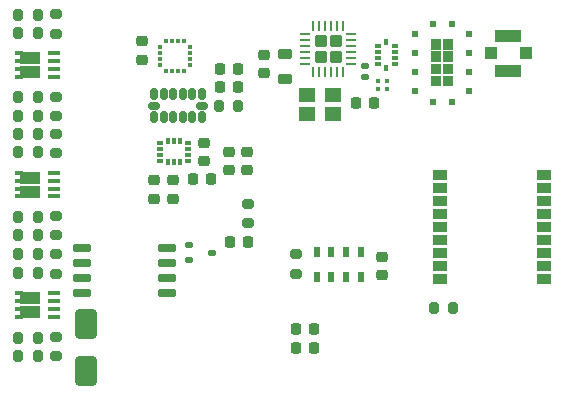
<source format=gbp>
G04 #@! TF.GenerationSoftware,KiCad,Pcbnew,8.0.1*
G04 #@! TF.CreationDate,2024-06-08T15:54:11-04:00*
G04 #@! TF.ProjectId,SAP Mk3.2,53415020-4d6b-4332-9e32-2e6b69636164,rev?*
G04 #@! TF.SameCoordinates,Original*
G04 #@! TF.FileFunction,Paste,Bot*
G04 #@! TF.FilePolarity,Positive*
%FSLAX46Y46*%
G04 Gerber Fmt 4.6, Leading zero omitted, Abs format (unit mm)*
G04 Created by KiCad (PCBNEW 8.0.1) date 2024-06-08 15:54:11*
%MOMM*%
%LPD*%
G01*
G04 APERTURE LIST*
G04 Aperture macros list*
%AMRoundRect*
0 Rectangle with rounded corners*
0 $1 Rounding radius*
0 $2 $3 $4 $5 $6 $7 $8 $9 X,Y pos of 4 corners*
0 Add a 4 corners polygon primitive as box body*
4,1,4,$2,$3,$4,$5,$6,$7,$8,$9,$2,$3,0*
0 Add four circle primitives for the rounded corners*
1,1,$1+$1,$2,$3*
1,1,$1+$1,$4,$5*
1,1,$1+$1,$6,$7*
1,1,$1+$1,$8,$9*
0 Add four rect primitives between the rounded corners*
20,1,$1+$1,$2,$3,$4,$5,0*
20,1,$1+$1,$4,$5,$6,$7,0*
20,1,$1+$1,$6,$7,$8,$9,0*
20,1,$1+$1,$8,$9,$2,$3,0*%
G04 Aperture macros list end*
%ADD10RoundRect,0.218750X-0.381250X0.218750X-0.381250X-0.218750X0.381250X-0.218750X0.381250X0.218750X0*%
%ADD11RoundRect,0.200000X-0.275000X0.200000X-0.275000X-0.200000X0.275000X-0.200000X0.275000X0.200000X0*%
%ADD12RoundRect,0.225000X0.225000X0.250000X-0.225000X0.250000X-0.225000X-0.250000X0.225000X-0.250000X0*%
%ADD13RoundRect,0.112500X0.237500X-0.112500X0.237500X0.112500X-0.237500X0.112500X-0.237500X-0.112500X0*%
%ADD14RoundRect,0.079500X0.100500X-0.079500X0.100500X0.079500X-0.100500X0.079500X-0.100500X-0.079500X0*%
%ADD15R,1.000000X1.000000*%
%ADD16R,2.200000X1.050000*%
%ADD17RoundRect,0.200000X-0.200000X-0.275000X0.200000X-0.275000X0.200000X0.275000X-0.200000X0.275000X0*%
%ADD18RoundRect,0.225000X-0.225000X-0.250000X0.225000X-0.250000X0.225000X0.250000X-0.225000X0.250000X0*%
%ADD19RoundRect,0.225000X0.250000X-0.225000X0.250000X0.225000X-0.250000X0.225000X-0.250000X-0.225000X0*%
%ADD20R,0.550000X0.950000*%
%ADD21R,0.990000X0.410000*%
%ADD22R,1.725000X0.990000*%
%ADD23R,0.760000X0.410000*%
%ADD24RoundRect,0.200000X0.200000X0.275000X-0.200000X0.275000X-0.200000X-0.275000X0.200000X-0.275000X0*%
%ADD25RoundRect,0.250000X0.275000X-0.275000X0.275000X0.275000X-0.275000X0.275000X-0.275000X-0.275000X0*%
%ADD26RoundRect,0.062500X0.062500X-0.350000X0.062500X0.350000X-0.062500X0.350000X-0.062500X-0.350000X0*%
%ADD27RoundRect,0.062500X0.350000X-0.062500X0.350000X0.062500X-0.350000X0.062500X-0.350000X-0.062500X0*%
%ADD28RoundRect,0.200000X0.275000X-0.200000X0.275000X0.200000X-0.275000X0.200000X-0.275000X-0.200000X0*%
%ADD29RoundRect,0.250000X0.650000X-1.000000X0.650000X1.000000X-0.650000X1.000000X-0.650000X-1.000000X0*%
%ADD30R,0.575000X0.350000*%
%ADD31R,0.350000X0.575000*%
%ADD32R,0.600000X0.600000*%
%ADD33RoundRect,0.225000X-0.250000X0.225000X-0.250000X-0.225000X0.250000X-0.225000X0.250000X0.225000X0*%
%ADD34RoundRect,0.147500X-0.172500X0.147500X-0.172500X-0.147500X0.172500X-0.147500X0.172500X0.147500X0*%
%ADD35R,0.304800X0.457200*%
%ADD36R,0.457200X0.304800*%
%ADD37RoundRect,0.150000X0.650000X0.150000X-0.650000X0.150000X-0.650000X-0.150000X0.650000X-0.150000X0*%
%ADD38R,1.295400X0.838200*%
%ADD39RoundRect,0.150000X-0.150000X0.325000X-0.150000X-0.325000X0.150000X-0.325000X0.150000X0.325000X0*%
%ADD40RoundRect,0.150000X-0.325000X0.150000X-0.325000X-0.150000X0.325000X-0.150000X0.325000X0.150000X0*%
%ADD41R,1.400000X1.200000*%
%ADD42R,0.600000X0.300000*%
%ADD43R,0.300000X0.625000*%
G04 APERTURE END LIST*
G36*
X119379651Y-49937500D02*
G01*
X120254651Y-49937500D01*
X120254651Y-50812500D01*
X119379651Y-50812500D01*
X119379651Y-49937500D01*
G37*
G36*
X119379651Y-50962500D02*
G01*
X120254651Y-50962500D01*
X120254651Y-51837500D01*
X119379651Y-51837500D01*
X119379651Y-50962500D01*
G37*
G36*
X119379651Y-52862500D02*
G01*
X120254651Y-52862500D01*
X120254651Y-51987500D01*
X119379651Y-51987500D01*
X119379651Y-52862500D01*
G37*
G36*
X119379651Y-53887500D02*
G01*
X120254651Y-53887500D01*
X120254651Y-53012500D01*
X119379651Y-53012500D01*
X119379651Y-53887500D01*
G37*
G36*
X121279651Y-49937500D02*
G01*
X120404651Y-49937500D01*
X120404651Y-50812500D01*
X121279651Y-50812500D01*
X121279651Y-49937500D01*
G37*
G36*
X121279651Y-50962500D02*
G01*
X120404651Y-50962500D01*
X120404651Y-51837500D01*
X121279651Y-51837500D01*
X121279651Y-50962500D01*
G37*
G36*
X121279651Y-52862500D02*
G01*
X120404651Y-52862500D01*
X120404651Y-51987500D01*
X121279651Y-51987500D01*
X121279651Y-52862500D01*
G37*
G36*
X121279651Y-53887500D02*
G01*
X120404651Y-53887500D01*
X120404651Y-53012500D01*
X121279651Y-53012500D01*
X121279651Y-53887500D01*
G37*
D10*
X107000000Y-51187500D03*
X107000000Y-53312500D03*
D11*
X87600000Y-57925000D03*
X87600000Y-59575000D03*
D12*
X109500000Y-74500000D03*
X107950000Y-74500000D03*
D13*
X98850000Y-68650000D03*
X98850000Y-67350000D03*
X100850000Y-68000000D03*
D12*
X103875000Y-67100000D03*
X102325000Y-67100000D03*
D14*
X115674651Y-54152500D03*
X115674651Y-53462500D03*
D15*
X124429651Y-51112500D03*
D16*
X125929651Y-52587500D03*
D15*
X127429651Y-51112500D03*
D16*
X125929651Y-49637500D03*
D17*
X84450000Y-54850000D03*
X86100000Y-54850000D03*
D18*
X101475000Y-52463996D03*
X103025000Y-52463996D03*
D19*
X97500000Y-63425000D03*
X97500000Y-61875000D03*
D20*
X113450000Y-70050000D03*
X112200000Y-70050000D03*
X110950000Y-70050000D03*
X109700000Y-70050000D03*
X109700000Y-67900000D03*
X110950000Y-67900000D03*
X112200000Y-67900000D03*
X113450000Y-67900000D03*
D17*
X84450000Y-56400000D03*
X86100000Y-56400000D03*
X84450000Y-57950000D03*
X86100000Y-57950000D03*
D19*
X105250000Y-52790108D03*
X105250000Y-51240108D03*
D21*
X87442500Y-71452500D03*
X87442500Y-72112500D03*
X87442500Y-72772500D03*
X87442500Y-73432500D03*
D22*
X85450000Y-73050000D03*
D23*
X84457500Y-73432500D03*
X84457500Y-72772500D03*
D22*
X85450000Y-71835000D03*
D23*
X84457500Y-72112500D03*
X84457500Y-71452500D03*
D24*
X121275000Y-72650000D03*
X119625000Y-72650000D03*
D17*
X84450000Y-75200000D03*
X86100000Y-75200000D03*
D14*
X114924651Y-54157500D03*
X114924651Y-53467500D03*
D11*
X107950000Y-68150000D03*
X107950000Y-69800000D03*
D17*
X84450000Y-49400000D03*
X86100000Y-49400000D03*
D21*
X87442500Y-61252500D03*
X87442500Y-61912500D03*
X87442500Y-62572500D03*
X87442500Y-63232500D03*
D22*
X85450000Y-62850000D03*
D23*
X84457500Y-63232500D03*
X84457500Y-62572500D03*
D22*
X85450000Y-61635000D03*
D23*
X84457500Y-61912500D03*
X84457500Y-61252500D03*
D17*
X84450000Y-64950000D03*
X86100000Y-64950000D03*
D25*
X110024434Y-51400000D03*
X111324434Y-51400000D03*
X110024434Y-50100000D03*
X111324434Y-50100000D03*
D26*
X111924434Y-52687500D03*
X111424434Y-52687500D03*
X110924434Y-52687500D03*
X110424434Y-52687500D03*
X109924434Y-52687500D03*
X109424434Y-52687500D03*
D27*
X108736934Y-52000000D03*
X108736934Y-51500000D03*
X108736934Y-51000000D03*
X108736934Y-50500000D03*
X108736934Y-50000000D03*
X108736934Y-49500000D03*
D26*
X109424434Y-48812500D03*
X109924434Y-48812500D03*
X110424434Y-48812500D03*
X110924434Y-48812500D03*
X111424434Y-48812500D03*
X111924434Y-48812500D03*
D27*
X112611934Y-49500000D03*
X112611934Y-50000000D03*
X112611934Y-50500000D03*
X112611934Y-51000000D03*
X112611934Y-51500000D03*
X112611934Y-52000000D03*
D17*
X84450000Y-69700000D03*
X86100000Y-69700000D03*
D19*
X100150000Y-60225000D03*
X100150000Y-58675000D03*
D17*
X84450000Y-76750000D03*
X86100000Y-76750000D03*
D28*
X87600000Y-76775000D03*
X87600000Y-75125000D03*
D29*
X90150000Y-78000000D03*
X90150000Y-74000000D03*
D12*
X100750000Y-61750000D03*
X99200000Y-61750000D03*
D19*
X94900000Y-51650000D03*
X94900000Y-50100000D03*
D30*
X98762500Y-58700000D03*
X98762500Y-59200000D03*
X98762500Y-59700000D03*
X98762500Y-60200000D03*
D31*
X98100000Y-60362500D03*
X97600000Y-60362500D03*
X97100000Y-60362500D03*
D30*
X96437500Y-60200000D03*
X96437500Y-59700000D03*
X96437500Y-59200000D03*
X96437500Y-58700000D03*
D31*
X97100000Y-58537500D03*
X97600000Y-58537500D03*
X98100000Y-58537500D03*
D19*
X95950000Y-63425000D03*
X95950000Y-61875000D03*
D12*
X109500000Y-76050000D03*
X107950000Y-76050000D03*
X114554651Y-55312500D03*
X113004651Y-55312500D03*
D11*
X87600000Y-68125000D03*
X87600000Y-69775000D03*
D21*
X87450000Y-51130000D03*
X87450000Y-51790000D03*
X87450000Y-52450000D03*
X87450000Y-53110000D03*
D22*
X85457500Y-52727500D03*
D23*
X84465000Y-53110000D03*
X84465000Y-52450000D03*
D22*
X85457500Y-51512500D03*
D23*
X84465000Y-51790000D03*
X84465000Y-51130000D03*
D32*
X118029651Y-54312500D03*
X118029651Y-52712500D03*
X118029651Y-51112500D03*
X118029651Y-49512500D03*
X119529651Y-48612500D03*
X121129651Y-48612500D03*
X122629651Y-49512500D03*
X122629651Y-51112500D03*
X122629651Y-52712500D03*
X122629651Y-54312500D03*
X121129651Y-55212500D03*
X119529651Y-55212500D03*
D28*
X87600000Y-66525000D03*
X87600000Y-64875000D03*
D11*
X87600000Y-47825000D03*
X87600000Y-49475000D03*
D28*
X87600000Y-56425000D03*
X87600000Y-54775000D03*
D17*
X101425000Y-55550000D03*
X103075000Y-55550000D03*
X84425000Y-47850000D03*
X86075000Y-47850000D03*
X84450000Y-66500000D03*
X86100000Y-66500000D03*
X84450000Y-68150000D03*
X86100000Y-68150000D03*
D33*
X103800000Y-59475000D03*
X103800000Y-61025000D03*
X115250000Y-68350000D03*
X115250000Y-69900000D03*
D17*
X84450000Y-59500000D03*
X86100000Y-59500000D03*
D34*
X113796964Y-52177500D03*
X113796964Y-53147500D03*
D12*
X103025000Y-54000000D03*
X101475000Y-54000000D03*
D33*
X102250000Y-59475000D03*
X102250000Y-61025000D03*
D35*
X98450001Y-52600000D03*
X97950000Y-52600000D03*
X97450000Y-52600000D03*
X96949999Y-52600000D03*
D36*
X96425001Y-52075002D03*
X96425001Y-51575001D03*
X96425001Y-51075001D03*
X96425001Y-50575000D03*
D35*
X96949999Y-50050002D03*
X97450000Y-50050002D03*
X97950000Y-50050002D03*
X98450001Y-50050002D03*
D36*
X98974999Y-50575000D03*
X98974999Y-51075001D03*
X98974999Y-51575001D03*
X98974999Y-52075002D03*
D37*
X97000000Y-67640000D03*
X97000000Y-68910000D03*
X97000000Y-70180000D03*
X97000000Y-71450000D03*
X89800000Y-71450000D03*
X89800000Y-70180000D03*
X89800000Y-68910000D03*
X89800000Y-67640000D03*
D38*
X120143100Y-70199999D03*
X120143100Y-69100001D03*
X120143100Y-68000001D03*
X120143100Y-66900000D03*
X120143100Y-65800000D03*
X120143100Y-64700000D03*
X120143100Y-63599999D03*
X120143100Y-62499999D03*
X120143100Y-61399999D03*
X128956900Y-61400001D03*
X128956900Y-62499999D03*
X128956900Y-63599999D03*
X128956900Y-64700000D03*
X128956900Y-65800000D03*
X128956900Y-66900000D03*
X128956900Y-68000001D03*
X128956900Y-69100001D03*
X128956900Y-70200001D03*
D39*
X95950000Y-54550000D03*
X96750000Y-54550000D03*
X97550000Y-54550000D03*
X98350000Y-54550000D03*
X99150000Y-54550000D03*
X99950000Y-54550000D03*
D40*
X99950000Y-55550000D03*
D39*
X99950000Y-56550000D03*
X99150000Y-56550000D03*
X98350000Y-56550000D03*
X97550000Y-56550000D03*
X96750000Y-56550000D03*
X95950000Y-56550000D03*
D40*
X95950000Y-55550000D03*
D41*
X108839184Y-54615108D03*
X111039184Y-54615108D03*
X111039184Y-56215108D03*
X108839184Y-56215108D03*
D11*
X103850000Y-63850000D03*
X103850000Y-65500000D03*
D42*
X114887217Y-52012500D03*
X114887217Y-51512500D03*
X114887217Y-51012500D03*
X114887217Y-50512500D03*
D43*
X115587217Y-50200000D03*
D42*
X116287217Y-50512500D03*
X116287217Y-51012500D03*
X116287217Y-51512500D03*
X116287217Y-52012500D03*
D43*
X115587217Y-52325000D03*
M02*

</source>
